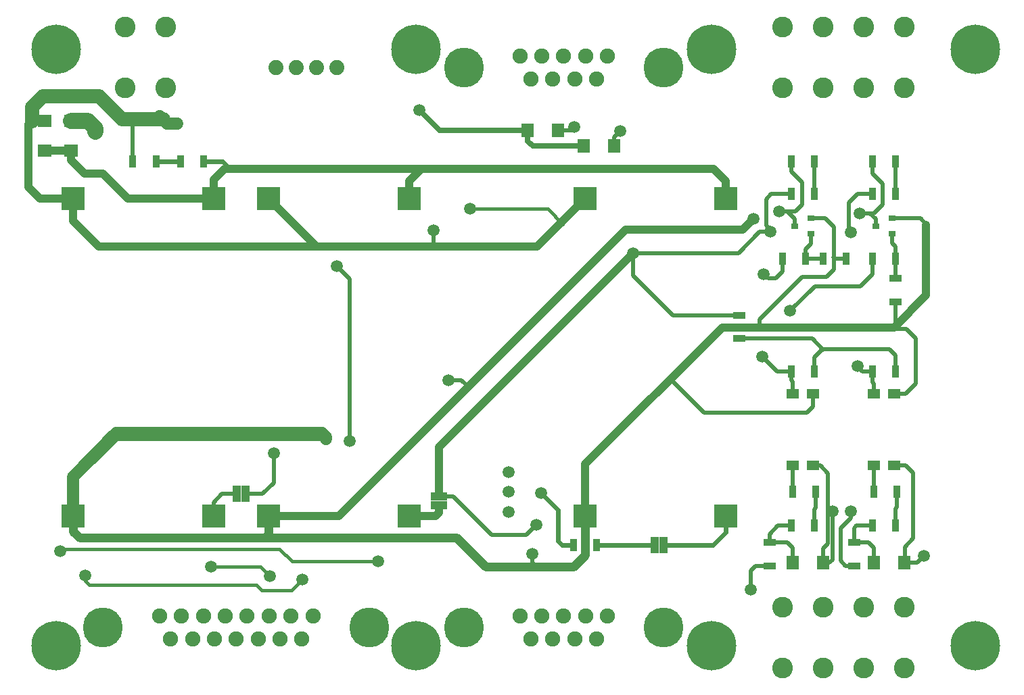
<source format=gtl>
G04 project-name*
%FSLAX35Y35*%
%MOMM*%
G04 undefined.(undefined)*
%LPD*%
%ADD10C,1.500*%
D10*
X9192524Y12728185D02*
D03*

%ADD11C,0.5*%
%LPD*%
D11*
X9192524Y12728185D02*
G01*
X9192524Y12966991D01*
X9252160Y13026627D01*
X9427776Y13026627D01*

%LPD*%
D11*
X11005644Y16337112D02*
G01*
X11005644Y15997548D01*
X10991137Y15983041D01*

%LPD*%
D11*
X10388996Y16876341D02*
G01*
X10245008Y16876341D01*
X10229451Y16891898D01*
%ADD12C,1*%
%LPD*%
D12*
X318920Y18601344D02*
G01*
X191095Y18601344D01*
X151112Y18561362D01*
X151112Y17772655D01*
X295546Y17628221D01*
X712143Y17628221D01*
%ADD13C,0.6*%
%LPD*%
D13*
X2346252Y18089992D02*
G01*
X2581376Y18089992D01*
X2691414Y17979954D01*

%LPD*%
D12*
X8879532Y17628221D02*
G01*
X8879532Y17851291D01*
X8729534Y18001288D01*
X5070151Y18001288D01*
X4917763Y17848900D01*
X4917763Y17628221D01*
G04 undefined.(undefined)*
%LPD*%
%ADD14C,1.50*%
D14*
X9357087Y16683577D02*
D03*


%LPD*%
D11*
X9590340Y16851919D02*
G01*
X9590340Y16709815D01*
X9508044Y16627520D01*
X9413144Y16627520D01*
X9357087Y16683577D01*
G04 undefined.(undefined)*
%LPD*%
D14*
X6510841Y13541603D02*
D03*

G04 undefined.(undefined)*
%LPD*%
D14*
X6462768Y13171509D02*
D03*


%LPD*%
D12*
X7119532Y17628221D02*
G01*
X7119532Y17628221D01*
X6515776Y17024465D01*
X3761519Y17024465D01*
X3157763Y17628221D01*

%LPD*%
D12*
X3761519Y17024465D02*
G01*
X1034220Y17024465D01*
X712143Y17346541D01*
X712143Y17628221D01*

%LPD*%
D12*
X5070151Y18001288D02*
G01*
X2610695Y18001288D01*
X2472143Y17862737D01*
X2472143Y17628221D01*

%LPD*%
D13*
X1747644Y18089992D02*
G01*
X2035661Y18089992D01*

%LPD*%
D12*
X400801Y18225344D02*
G01*
X669182Y18225344D01*

%LPD*%
D12*
X684076Y18225344D02*
G01*
X684076Y18108104D01*
X851366Y17940815D01*
X1086005Y17940815D01*
X1398599Y17628221D01*
X2472143Y17628221D01*

%LPD*%
D11*
X9878462Y16876341D02*
G01*
X10089122Y16876341D01*

%LPD*%
D11*
X11005644Y16627112D02*
G01*
X11005644Y16861948D01*
G04 undefined.(undefined)*
%LPD*%
D14*
X4174099Y14588801D02*
D03*

G04 undefined.(undefined)*
%LPD*%
D14*
X4008598Y16785355D02*
D03*


%LPD*%
D11*
X4174099Y14588801D02*
G01*
X4174099Y16619854D01*
X4008598Y16785355D01*
G04 undefined.(undefined)*
%LPD*%
D10*
X10219009Y13711717D02*
D03*


%LPD*%
D11*
X10219009Y13711717D02*
G01*
X10219009Y13099424D01*
X10179198Y13066481D01*
X10098644Y13066481D01*
G04 din.i0+(1)*
%LPD*%
%ADD15C,2.6*%
D15*
X9590644Y11742853D02*
D03*

G04 din.i0-(3)*
%LPD*%
D15*
X10098644Y11742853D02*
D03*

G04 din.i1+(5)*
%LPD*%
D15*
X10606644Y11742853D02*
D03*

G04 din.i1-(7)*
%LPD*%
D15*
X11114644Y11742853D02*
D03*

G04 din.i0+(2)*
%LPD*%
D15*
X9590644Y12504853D02*
D03*

G04 din.i0-(4)*
%LPD*%
D15*
X10098644Y12504853D02*
D03*

G04 din.i1+(6)*
%LPD*%
D15*
X10606644Y12504853D02*
D03*

G04 din.i1-(8)*
%LPD*%
D15*
X11114644Y12504853D02*
D03*

G04 p_in.gnd(1)*
%LPD*%
D15*
X1872644Y19781853D02*
D03*

G04 p_in.vin(3)*
%LPD*%
D15*
X1364644Y19781853D02*
D03*

G04 p_in.gnd(2)*
%LPD*%
D15*
X1872644Y19019853D02*
D03*

G04 p_in.vin(4)*
%LPD*%
D15*
X1364644Y19019853D02*
D03*

G04 dout.q1c(1)*
%LPD*%
D15*
X11114644Y19781853D02*
D03*

G04 dout.q1e(3)*
%LPD*%
D15*
X10606644Y19781853D02*
D03*

G04 dout.q0c(5)*
%LPD*%
D15*
X10098644Y19781853D02*
D03*

G04 dout.q0e(7)*
%LPD*%
D15*
X9590644Y19781853D02*
D03*

G04 dout.q1c(2)*
%LPD*%
D15*
X11114644Y19019853D02*
D03*

G04 dout.q1e(4)*
%LPD*%
D15*
X10606644Y19019853D02*
D03*

G04 dout.q0c(6)*
%LPD*%
D15*
X10098644Y19019853D02*
D03*

G04 dout.q0e(8)*
%LPD*%
D15*
X9590644Y19019853D02*
D03*

G04 q1.c1.R2.1(1)*
%LPD*%
%ADD16R,1.6X0.9*%
D16*
X11005644Y16627112D02*
D03*

G04 q1.c1.R2.2(2)*
%LPD*%
D16*
X11005644Y16337112D02*
D03*

G04 q0.c1.R2.1(1)*
%LPD*%
%ADD17R,0.9X1.6*%
D17*
X10098996Y16876341D02*
D03*

G04 q0.c1.R2.2(2)*
%LPD*%
D17*
X10388996Y16876341D02*
D03*

G04 sp.nc(1)*
%LPD*%
%ADD18C,1.9*%
D18*
X7400644Y19414728D02*
D03*

G04 sp.tx(2)*
%LPD*%
D18*
X7126644Y19414728D02*
D03*

G04 sp.rx(3)*
%LPD*%
D18*
X6852644Y19414728D02*
D03*

G04 sp.nc(4)*
%LPD*%
D18*
X6578644Y19414728D02*
D03*

G04 sp.gnd(5)*
%LPD*%
D18*
X6304644Y19414728D02*
D03*

G04 sp.tx2(6)*
%LPD*%
D18*
X7263644Y19130728D02*
D03*

G04 sp.rx2(7)*
%LPD*%
D18*
X6989644Y19130728D02*
D03*

G04 sp.nc(8)*
%LPD*%
D18*
X6715644Y19130728D02*
D03*

G04 sp.gnd(9)*
%LPD*%
D18*
X6441644Y19130728D02*
D03*

G04 sp.S(S)*
%LPD*%
%ADD19C,5*%
D19*
X8102144Y19272728D02*
D03*

G04 sp.S(S)*
%LPD*%
D19*
X5603144Y19272728D02*
D03*

G04 l.red(1)*
%LPD*%
D18*
X7400644Y12394018D02*
D03*

G04 l.pwm(2)*
%LPD*%
D18*
X7126644Y12394018D02*
D03*

G04 l.en(3)*
%LPD*%
D18*
X6852644Y12394018D02*
D03*

G04 l.pctl(4)*
%LPD*%
D18*
X6578644Y12394018D02*
D03*

G04 l.gnd(5)*
%LPD*%
D18*
X6304644Y12394018D02*
D03*

G04 l.ready(6)*
%LPD*%
D18*
X7263644Y12110018D02*
D03*

G04 l.reset(7)*
%LPD*%
D18*
X6989644Y12110018D02*
D03*

G04 l.alarm(8)*
%LPD*%
D18*
X6715644Y12110018D02*
D03*

G04 l.nc(9)*
%LPD*%
D18*
X6441644Y12110018D02*
D03*

G04 l.S(S)*
%LPD*%
D19*
X8102144Y12252018D02*
D03*

G04 l.S(S)*
%LPD*%
D19*
X5603144Y12252018D02*
D03*

G04 g.clk-(1)*
%LPD*%
D18*
X3711644Y12394018D02*
D03*

G04 g.sync-(2)*
%LPD*%
D18*
X3437644Y12394018D02*
D03*

G04 g.x-(3)*
%LPD*%
D18*
X3163644Y12394018D02*
D03*

G04 g.y-(4)*
%LPD*%
D18*
X2889644Y12394018D02*
D03*

G04 g.y_stat-(5)*
%LPD*%
D18*
X2615644Y12394018D02*
D03*

G04 g.x_stat-(6)*
%LPD*%
D18*
X2341644Y12394018D02*
D03*

G04 g.nc(7)*
%LPD*%
D18*
X2067644Y12394018D02*
D03*

G04 g.nc(8)*
%LPD*%
D18*
X1793644Y12394018D02*
D03*

G04 g.clk+(9)*
%LPD*%
D18*
X3574644Y12110018D02*
D03*

G04 g.sync+(10)*
%LPD*%
D18*
X3300644Y12110018D02*
D03*

G04 g.x+(11)*
%LPD*%
D18*
X3026644Y12110018D02*
D03*

G04 g.y+(12)*
%LPD*%
D18*
X2752644Y12110018D02*
D03*

G04 g.y_stat+(13)*
%LPD*%
D18*
X2478644Y12110018D02*
D03*

G04 g.x_stat+(14)*
%LPD*%
D18*
X2204644Y12110018D02*
D03*

G04 g.nc(15)*
%LPD*%
D18*
X1930644Y12110018D02*
D03*

G04 g.S(S)*
%LPD*%
D19*
X4418644Y12252018D02*
D03*

G04 g.S(S)*
%LPD*%
D19*
X1086644Y12252018D02*
D03*

G04 pin_led.r.1(1)*
%LPD*%
D17*
X2346252Y18089992D02*
D03*

G04 pin_led.r.2(2)*
%LPD*%
D17*
X2056252Y18089992D02*
D03*

G04 pin_led.led.c(1)*
%LPD*%
D17*
X1457644Y18089992D02*
D03*

G04 pin_led.led.a(2)*
%LPD*%
D17*
X1747644Y18089992D02*
D03*

G04 p1.rev.c(1)*
%LPD*%
%ADD20R,1.68X1.52*%
D20*
X356361Y18225344D02*
D03*

G04 p1.rev.a(2)*
%LPD*%
D20*
X356361Y18601344D02*
D03*

G04 p1.in.c(1)*
%LPD*%
D20*
X686925Y18225344D02*
D03*

G04 p1.in.a(2)*
%LPD*%
D20*
X686925Y18601344D02*
D03*

G04 q0.c1.Q1.c(3)*
%LPD*%
%ADD21R,0.9X0.7*%
D21*
X9744644Y17283960D02*
D03*

G04 q0.c1.Q1.e(2)*
%LPD*%
D21*
X9944645Y17378960D02*
D03*

G04 q0.c1.Q1.b(1)*
%LPD*%
D21*
X9944645Y17188960D02*
D03*

G04 q1.c1.Q1.c(3)*
%LPD*%
D21*
X10760644Y17283960D02*
D03*

G04 q1.c1.Q1.e(2)*
%LPD*%
D21*
X10960645Y17378960D02*
D03*

G04 q1.c1.Q1.b(1)*
%LPD*%
D21*
X10960645Y17188960D02*
D03*


%LPD*%
D11*
X1457644Y18089992D02*
G01*
X1457644Y18664153D01*
X1471035Y18677544D01*
G04 undefined.(undefined)*
%LPD*%
D10*
X2013681Y18568735D02*
D03*

%ADD22C,1.5*%
%LPD*%
D22*
X2013681Y18568735D02*
G01*
X1884640Y18568735D01*
X1792468Y18660907D01*
%ADD23C,1.8*%
%LPD*%
D23*
X191095Y18601344D02*
G01*
X191095Y18780697D01*
X327458Y18917060D01*
X1028977Y18917060D01*
X1319341Y18626695D01*
X1833164Y18626695D01*

%LPD*%
D22*
X3874767Y14616640D02*
G01*
X3874767Y14641338D01*
X3822108Y14693997D01*
X1255114Y14693997D01*
X1146169Y14585053D01*
G04 undefined.(undefined)*
%LPD*%
D10*
X10449756Y13705539D02*
D03*


%LPD*%
D11*
X10449756Y13705539D02*
G01*
X10449756Y13625917D01*
X10320844Y13497006D01*
X10320844Y13087277D01*
X10381495Y13026627D01*
X10485905Y13026627D01*
G04 undefined.(undefined)*
%LPD*%
D10*
X5042333Y18740122D02*
D03*

%ADD24C,0.7*%
%LPD*%
D24*
X6401284Y18486722D02*
G01*
X5295733Y18486722D01*
X5042333Y18740122D01*

%LPD*%
D13*
X7261378Y13284760D02*
G01*
X7977446Y13284760D01*

%LPD*%
D11*
X2869953Y13924643D02*
G01*
X3081715Y13924643D01*
X3224767Y14067695D01*
X3224767Y14435883D01*

%LPD*%
D11*
X10485905Y13316627D02*
G01*
X10485905Y13495563D01*
X10517695Y13527353D01*
X10715644Y13527353D01*

%LPD*%
D11*
X9427776Y13316627D02*
G01*
X9654160Y13316627D01*
X9722644Y13248142D01*
X9722644Y13066481D01*

%LPD*%
D11*
X6462768Y13171509D02*
G01*
X6462768Y13068114D01*
X6543062Y12987820D01*
%ADD25C,1.1*%
%LPD*%
D25*
X3118587Y13377448D02*
G01*
X5512222Y13377448D01*
X5875832Y13013837D01*
X6979433Y13013837D01*
X7119532Y13153936D01*
X7119532Y13648220D01*

%LPD*%
D11*
X9699644Y13527353D02*
G01*
X9534310Y13527353D01*
X9427776Y13420818D01*
X9427776Y13316627D01*

%LPD*%
D11*
X11023644Y13951169D02*
G01*
X11023644Y13760201D01*
X11005644Y13742201D01*
X11005644Y13527353D01*

%LPD*%
D11*
X9971644Y14283383D02*
G01*
X10062127Y14283383D01*
X10162812Y14182698D01*
X10162812Y13303760D01*
X10098644Y13239592D01*
X10098644Y13066481D01*

%LPD*%
D11*
X9717644Y14283383D02*
G01*
X9717644Y14000186D01*

%LPD*%
D11*
X9045807Y15871485D02*
G01*
X9964530Y15871485D01*
X10101059Y15734956D01*

%LPD*%
D11*
X11005644Y15464653D02*
G01*
X11005644Y15664821D01*
X10927649Y15742816D01*
X10090496Y15742816D01*
X9989644Y15641964D01*
X9989644Y15464653D01*

%LPD*%
D11*
X10987644Y15183383D02*
G01*
X11136123Y15183383D01*
X11261663Y15308924D01*
X11261663Y15872913D01*
X11139720Y15994857D01*
X10961885Y15994857D01*
X10926318Y16030423D01*

%LPD*%
D11*
X9300248Y16013842D02*
G01*
X9300248Y16109060D01*
X9841381Y16650192D01*
X10143723Y16650192D01*
X10235466Y16741936D01*
X10235466Y17272507D01*
X10129013Y17378960D01*
X9944645Y17378960D01*

%LPD*%
D11*
X7716781Y16940893D02*
G01*
X9037986Y16940893D01*
X9307197Y17210103D01*
X9435859Y17210103D01*
G04 undefined.(undefined)*
%LPD*%
D14*
X7716781Y16940893D02*
D03*


%LPD*%
D12*
X5288510Y14512623D02*
G01*
X7716781Y16940893D01*
G04 undefined.(undefined)*
%LPD*%
D14*
X10447808Y17201047D02*
D03*


%LPD*%
D11*
X10447808Y17201047D02*
G01*
X10447808Y17236877D01*
X10423755Y17260929D01*
X10423755Y17575103D01*
X10532384Y17683732D01*
X10715644Y17683732D01*

%LPD*%
D11*
X10715644Y15464653D02*
G01*
X10715644Y15326557D01*
X10733644Y15308557D01*
X10733644Y15183383D01*

%LPD*%
D11*
X9699644Y18089992D02*
G01*
X9699644Y17967734D01*
X9836875Y17830503D01*
X9836875Y17549768D01*
X9755970Y17468863D01*
X9547077Y17468863D01*

%LPD*%
D11*
X11005644Y18089992D02*
G01*
X11005644Y17757343D01*
G04 undefined.(undefined)*
%LPD*%
D14*
X9687919Y16219611D02*
D03*


%LPD*%
D11*
X10715644Y16876341D02*
G01*
X10715644Y16679077D01*
X10563149Y16526582D01*
X9994889Y16526582D01*
X9687919Y16219611D01*
G04 undefined.(undefined)*
%LPD*%
D14*
X10560738Y17446245D02*
D03*


%LPD*%
D11*
X10760644Y17283960D02*
G01*
X10760644Y17373013D01*
X10687505Y17446153D01*
X10560829Y17446153D01*
X10560738Y17446245D01*

%LPD*%
D11*
X9744644Y17283960D02*
G01*
X9744644Y17370905D01*
X9649098Y17466452D01*
G04 undefined.(undefined)*
%LPD*%
D14*
X547682Y13208866D02*
D03*

%ADD26C,0.4*%
%LPD*%
D26*
X4532369Y13080585D02*
G01*
X3449286Y13080585D01*
X3296691Y13233179D01*
X571995Y13233179D01*
X547682Y13208866D01*
G04 undefined.(undefined)*
%LPD*%
D14*
X4532369Y13080585D02*
D03*

G04 undefined.(undefined)*
%LPD*%
D14*
X3874767Y14616640D02*
D03*


%LPD*%
D26*
X3874767Y14616640D02*
G01*
X1259572Y14616640D01*
X712143Y14069211D01*
X712143Y13648220D01*
G04 undefined.(undefined)*
%LPD*%
D14*
X2433941Y13016938D02*
D03*

G04 undefined.(undefined)*
%LPD*%
D14*
X3176638Y12899193D02*
D03*


%LPD*%
D26*
X2433941Y13016938D02*
G01*
X3058892Y13016938D01*
X3176638Y12899193D01*
G04 undefined.(undefined)*
%LPD*%
D14*
X860371Y12900263D02*
D03*

G04 undefined.(undefined)*
%LPD*%
D14*
X3583051Y12856418D02*
D03*


%LPD*%
D26*
X860371Y12900263D02*
G01*
X860371Y12832339D01*
X909593Y12781592D01*
X3008581Y12781592D01*
X3072574Y12717599D01*
X3444232Y12717599D01*
X3583051Y12856418D01*
G04 undefined.(undefined)*
%LPD*%
D14*
X3224767Y14435883D02*
D03*


%LPD*%
D26*
X3224767Y14435883D02*
G01*
X3214569Y14435883D01*

%LPD*%
D11*
X9880469Y16876341D02*
G01*
X9880469Y16989742D01*
X9944645Y17062815D01*
X9944645Y17188960D01*
G04 undefined.(undefined)*
%LPD*%
D14*
X9547077Y17468863D02*
D03*


%LPD*%
D11*
X9649098Y17466452D02*
G01*
X9549488Y17466452D01*
X9547077Y17468863D01*

%LPD*%
D11*
X10960645Y17188960D02*
G01*
X10960645Y17071239D01*
X11005644Y17026239D01*
X11005644Y16876341D01*

%LPD*%
D11*
X10715644Y18089992D02*
G01*
X10715644Y17943037D01*
X10841047Y17817634D01*
X10841047Y17553017D01*
X10734276Y17446245D01*
X10560738Y17446245D01*

%LPD*%
D11*
X9989644Y18089992D02*
G01*
X9989644Y17734015D01*

%LPD*%
D11*
X9699644Y15464653D02*
G01*
X9699644Y15353463D01*
X9717644Y15335463D01*
X9717644Y15183383D01*
G04 undefined.(undefined)*
%LPD*%
D14*
X9435859Y17210103D02*
D03*


%LPD*%
D11*
X9435859Y17210103D02*
G01*
X9435859Y17248019D01*
X9390361Y17293517D01*
X9390361Y17623378D01*
X9450715Y17683732D01*
X9699644Y17683732D01*
G04 undefined.(undefined)*
%LPD*%
D14*
X9229958Y17372936D02*
D03*


%LPD*%
D12*
X3157763Y13648220D02*
G01*
X4036839Y13648220D01*
X7624368Y17235749D01*
X9092772Y17235749D01*
X9229958Y17372936D01*

%LPD*%
D12*
X7119532Y13648220D02*
G01*
X7119532Y14298220D01*
X8835153Y16013842D01*
X10988586Y16013842D01*
X11390074Y16415329D01*
X11390074Y17296882D01*

%LPD*%
D11*
X11390074Y17296882D02*
G01*
X11390074Y17306549D01*
X11317663Y17378960D01*
X10960645Y17378960D01*
G04 undefined.(undefined)*
%LPD*%
D14*
X9341051Y15649350D02*
D03*


%LPD*%
D11*
X9699644Y15464653D02*
G01*
X9525748Y15464653D01*
X9341051Y15649350D01*
G04 undefined.(undefined)*
%LPD*%
D14*
X10530002Y15527406D02*
D03*


%LPD*%
D11*
X10715644Y15464653D02*
G01*
X10592755Y15464653D01*
X10530002Y15527406D01*

%LPD*%
D11*
X7716781Y16940893D02*
G01*
X7716781Y16663459D01*
X8218754Y16161485D01*
X9045807Y16161485D01*

%LPD*%
D11*
X9971644Y15183383D02*
G01*
X9971644Y15023352D01*
X9893016Y14944724D01*
X8606114Y14944724D01*
X8177147Y15373691D01*

%LPD*%
D11*
X10733644Y14283383D02*
G01*
X10733644Y13950719D01*

%LPD*%
D11*
X10987644Y14283383D02*
G01*
X11133501Y14283383D01*
X11228906Y14187978D01*
X11228906Y13367304D01*
X11120184Y13258582D01*
X11120184Y13060941D01*
X11114644Y13066481D01*

%LPD*%
D11*
X10007644Y13951169D02*
G01*
X10007644Y13752126D01*
X9989644Y13734126D01*
X9989644Y13527353D01*

%LPD*%
D25*
X712143Y13648220D02*
G01*
X712143Y13456047D01*
X790742Y13377448D01*
X3118587Y13377448D01*
X3157763Y13416624D01*
X3157763Y13648220D01*

%LPD*%
D11*
X6510841Y13541603D02*
G01*
X6510841Y13541603D01*
X6380710Y13411471D01*
X5948066Y13411471D01*
X5464776Y13894761D01*
X5274381Y13894761D01*

%LPD*%
D12*
X5288510Y14512623D02*
G01*
X5288510Y13898946D01*

%LPD*%
D11*
X10485905Y13316627D02*
G01*
X10670929Y13316627D01*
X10738644Y13248912D01*
X10738644Y13066481D01*
G04 undefined.(undefined)*
%LPD*%
D14*
X6567043Y13935450D02*
D03*


%LPD*%
D13*
X6971378Y13284760D02*
G01*
X6833732Y13284760D01*
X6778790Y13339703D01*
X6778790Y13723702D01*
X6567043Y13935450D01*
G04 undefined.(undefined)*
%LPD*%
D14*
X5677914Y17498428D02*
D03*


%LPD*%
D26*
X5677914Y17498428D02*
G01*
X6653158Y17498428D01*
X6843911Y17307675D01*
G04 undefined.(undefined)*
%LPD*%
D14*
X5410900Y15353352D02*
D03*


%LPD*%
D11*
X5410900Y15353352D02*
G01*
X5573901Y15353352D01*
X5680787Y15246465D01*
G04 undefined.(undefined)*
%LPD*%
D14*
X5220178Y17227873D02*
D03*


%LPD*%
D11*
X5220178Y17227873D02*
G01*
X5220178Y17039767D01*
X5257800Y17002146D01*

%LPD*%
D11*
X2472143Y13648220D02*
G01*
X2472143Y13822225D01*
X2577005Y13927087D01*
X2757440Y13927087D01*

%LPD*%
D13*
X8103721Y13284760D02*
G01*
X8719889Y13284760D01*
X8879532Y13444403D01*
X8879532Y13648220D01*

%LPD*%
D12*
X5286383Y13783668D02*
G01*
X5286383Y13688959D01*
X5245645Y13648220D01*
X4917763Y13648220D01*
G04 undefined.(undefined)*
%LPD*%
D10*
X992568Y18464957D02*
D03*

%ADD27C,2*%
%LPD*%
D27*
X992568Y18464957D02*
G01*
X992568Y18504641D01*
X895865Y18601344D01*
X686925Y18601344D01*
G04 undefined.(undefined)*
%LPD*%
D10*
X7560936Y18478738D02*
D03*


%LPD*%
D11*
X7482148Y18285814D02*
G01*
X7482148Y18399950D01*
X7560936Y18478738D01*
G04 undefined.(undefined)*
%LPD*%
D10*
X6984739Y18524595D02*
D03*


%LPD*%
D11*
X6777284Y18486722D02*
G01*
X6946866Y18486722D01*
X6984739Y18524595D01*

%LPD*%
D24*
X7106148Y18285814D02*
G01*
X6465638Y18285814D01*
X6401284Y18350168D01*
X6401284Y18486722D01*
G04 undefined.(undefined)*
%LPD*%
D10*
X11364698Y13146875D02*
D03*


%LPD*%
D11*
X11364698Y13146875D02*
G01*
X11358460Y13146875D01*
X11278066Y13066481D01*
X11114644Y13066481D01*

%LPD*%
D22*
X712143Y13648220D02*
G01*
X712143Y14142168D01*
X1171512Y14601537D01*
G04 t3.1(1)*
%LPD*%
%ADD28R,1X2*%
D28*
X7993721Y13284760D02*
D03*

G04 t3.1(2)*
%LPD*%
D28*
X8103721Y13284760D02*
D03*

G04 t2.1(1)*
%LPD*%
%ADD29R,2X1*%
D29*
X5286383Y13893668D02*
D03*

G04 t2.1(2)*
%LPD*%
D29*
X5286383Y13783668D02*
D03*

G04 t1.1(1)*
%LPD*%
D28*
X2759953Y13924643D02*
D03*

G04 t1.1(2)*
%LPD*%
D28*
X2869953Y13924643D02*
D03*

G04 r.1(1)*
%LPD*%
D22*
X6164803Y13700163D02*
D03*

G04 r.2(2)*
%LPD*%
D22*
X6164803Y13950163D02*
D03*

G04 r.3(3)*
%LPD*%
D22*
X6164803Y14200163D02*
D03*

G04 i0.R1.1(1)*
%LPD*%
D16*
X9427776Y13026627D02*
D03*

G04 i0.R1.2(2)*
%LPD*%
D16*
X9427776Y13316627D02*
D03*

G04 i0.R2.1(1)*
%LPD*%
D17*
X10007644Y13951169D02*
D03*

G04 i0.R2.2(2)*
%LPD*%
D17*
X9717644Y13951169D02*
D03*

G04 i0.R3.1(1)*
%LPD*%
D17*
X9989644Y15464653D02*
D03*

G04 i0.R3.2(2)*
%LPD*%
D17*
X9699644Y15464653D02*
D03*

G04 q0.c1.R1.1(1)*
%LPD*%
D17*
X9878462Y16876341D02*
D03*

G04 q0.c1.R1.2(2)*
%LPD*%
D17*
X9588462Y16876341D02*
D03*

G04 q0.l.c(1)*
%LPD*%
D17*
X9699644Y18089992D02*
D03*

G04 q0.l.a(2)*
%LPD*%
D17*
X9989644Y18089992D02*
D03*

G04 q0.R1.1(1)*
%LPD*%
D17*
X9989644Y17683732D02*
D03*

G04 q0.R1.2(2)*
%LPD*%
D17*
X9699644Y17683732D02*
D03*

G04 q1.c1.R1.1(1)*
%LPD*%
D17*
X11005644Y16876341D02*
D03*

G04 q1.c1.R1.2(2)*
%LPD*%
D17*
X10715644Y16876341D02*
D03*

G04 q1.l.c(1)*
%LPD*%
D17*
X10715644Y18089992D02*
D03*

G04 q1.l.a(2)*
%LPD*%
D17*
X11005644Y18089992D02*
D03*

G04 q1.R1.1(1)*
%LPD*%
D17*
X11005644Y17683732D02*
D03*

G04 q1.R1.2(2)*
%LPD*%
D17*
X10715644Y17683732D02*
D03*

G04 debug.nrst(1)*
%LPD*%
%ADD30C,1.89*%
D30*
X4010216Y19272728D02*
D03*

G04 debug.swdio(2)*
%LPD*%
D30*
X3756216Y19272728D02*
D03*

G04 debug.gnd(3)*
%LPD*%
D30*
X3502216Y19272728D02*
D03*

G04 debug.swclk(4)*
%LPD*%
D30*
X3248216Y19272728D02*
D03*

G04 i0.opto.a(1)*
%LPD*%
%ADD31R,1.5X1.3*%
D31*
X9717644Y14283383D02*
D03*

G04 i0.opto.ca(2)*
%LPD*%
D31*
X9971644Y14283383D02*
D03*

G04 i0.opto.co(4)*
%LPD*%
D31*
X9717644Y15183383D02*
D03*

G04 i0.opto.e(3)*
%LPD*%
D31*
X9971644Y15183383D02*
D03*

G04 i0.D1.c(1)*
%LPD*%
%ADD32R,1.52X1.68*%
D32*
X9722644Y13066481D02*
D03*

G04 i0.D1.a(2)*
%LPD*%
D32*
X10098644Y13066481D02*
D03*

G04 i1.R1.1(1)*
%LPD*%
D16*
X10485905Y13026627D02*
D03*

G04 i1.R1.2(2)*
%LPD*%
D16*
X10485905Y13316627D02*
D03*

G04 i1.R2.1(1)*
%LPD*%
D17*
X11023644Y13951169D02*
D03*

G04 i1.R2.2(2)*
%LPD*%
D17*
X10733644Y13951169D02*
D03*

G04 i1.R3.1(1)*
%LPD*%
D17*
X11005644Y15464653D02*
D03*

G04 i1.R3.2(2)*
%LPD*%
D17*
X10715644Y15464653D02*
D03*

G04 i1.opto.a(1)*
%LPD*%
D31*
X10733644Y14283383D02*
D03*

G04 i1.opto.ca(2)*
%LPD*%
D31*
X10987644Y14283383D02*
D03*

G04 i1.opto.co(4)*
%LPD*%
D31*
X10733644Y15183383D02*
D03*

G04 i1.opto.e(3)*
%LPD*%
D31*
X10987644Y15183383D02*
D03*

G04 i1.D1.c(1)*
%LPD*%
D32*
X10738644Y13066481D02*
D03*

G04 i1.D1.a(2)*
%LPD*%
D32*
X11114644Y13066481D02*
D03*

G04 __b4.(undefined)*
%LPD*%
%ADD33C,6.2*%
D33*
X8702644Y19497353D02*
D03*

G04 __b5.(undefined)*
%LPD*%
D33*
X8702644Y12027393D02*
D03*

G04 __b6.(undefined)*
%LPD*%
D33*
X502644Y12027393D02*
D03*

G04 __b1.(undefined)*
%LPD*%
D33*
X502644Y19497353D02*
D03*

G04 __b2.(undefined)*
%LPD*%
D33*
X12002644Y19497353D02*
D03*

G04 __b3.(undefined)*
%LPD*%
D33*
X5002644Y19497353D02*
D03*

G04 __b7.(undefined)*
%LPD*%
D33*
X12002644Y12027393D02*
D03*

G04 __b8.(undefined)*
%LPD*%
D33*
X5002644Y12027393D02*
D03*

G04 i0.led.c(1)*
%LPD*%
D17*
X9989644Y13527353D02*
D03*

G04 i0.led.a(2)*
%LPD*%
D17*
X9699644Y13527353D02*
D03*

G04 i1.led.c(1)*
%LPD*%
D17*
X11005644Y13527353D02*
D03*

G04 i1.led.a(2)*
%LPD*%
D17*
X10715644Y13527353D02*
D03*

G04 j1.1(1)*
%LPD*%
D16*
X9045807Y16161485D02*
D03*

G04 j1.1(2)*
%LPD*%
D16*
X9045807Y15871485D02*
D03*

G04 j2.1(1)*
%LPD*%
D17*
X6971378Y13284760D02*
D03*

G04 j2.1(2)*
%LPD*%
D17*
X7261378Y13284760D02*
D03*

G04 p5.in+(1)*
%LPD*%
%ADD34R,3X3*%
D34*
X2472143Y17628221D02*
D03*

G04 p5.in-(2)*
%LPD*%
D34*
X712143Y17628221D02*
D03*

G04 p5.out+(4)*
%LPD*%
D34*
X2472143Y13648220D02*
D03*

G04 p5.out-(3)*
%LPD*%
D34*
X712143Y13648220D02*
D03*

G04 p3.in+(1)*
%LPD*%
D34*
X4917763Y17628221D02*
D03*

G04 p3.in-(2)*
%LPD*%
D34*
X3157763Y17628221D02*
D03*

G04 p3.out+(4)*
%LPD*%
D34*
X4917763Y13648220D02*
D03*

G04 p3.out-(3)*
%LPD*%
D34*
X3157763Y13648220D02*
D03*

G04 p4.in+(1)*
%LPD*%
D34*
X8879532Y17628221D02*
D03*

G04 p4.in-(2)*
%LPD*%
D34*
X7119532Y17628221D02*
D03*

G04 p4.out+(4)*
%LPD*%
D34*
X8879532Y13648220D02*
D03*

G04 p4.out-(3)*
%LPD*%
D34*
X7119532Y13648220D02*
D03*

G04 d2.t2.c(1)*
%LPD*%
D32*
X6777284Y18486722D02*
D03*

G04 d2.t2.a(2)*
%LPD*%
D32*
X6401284Y18486722D02*
D03*

G04 d2.t4.c(1)*
%LPD*%
D32*
X7482148Y18285814D02*
D03*

G04 d2.t4.a(2)*
%LPD*%
D32*
X7106148Y18285814D02*
D03*

M02*
</source>
